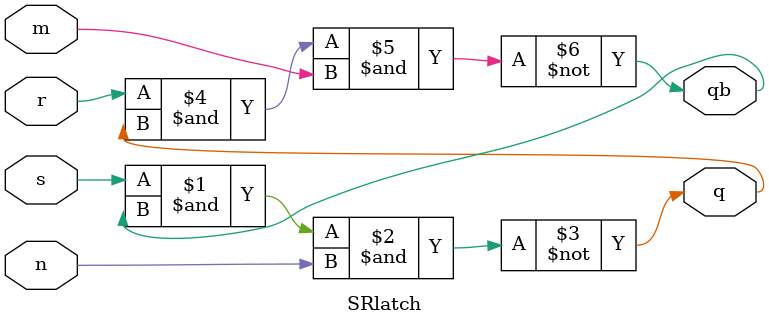
<source format=v>
`timescale 1ns/1ns
module SRlatch (input s, r ,n,m, output q, qb);
    nand #12 g1(q,s,qb,n);
    nand #12 g2(qb,r,q,m);
endmodule




</source>
